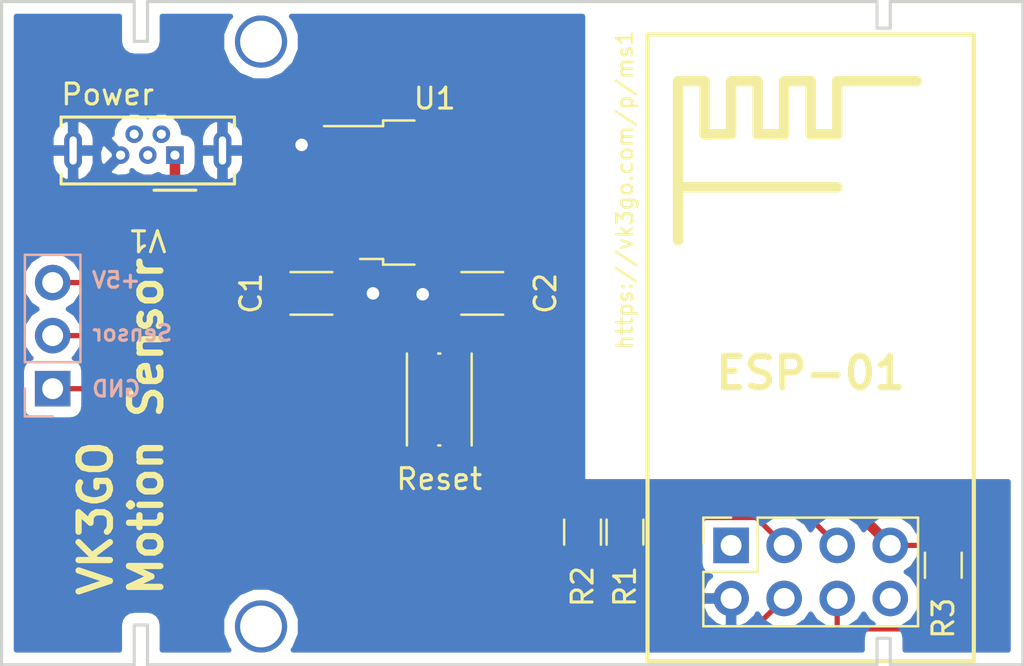
<source format=kicad_pcb>
(kicad_pcb (version 4) (host pcbnew 4.0.7)

  (general
    (links 27)
    (no_connects 0)
    (area 106.845761 81.765999 161.365001 115.166002)
    (thickness 1.6)
    (drawings 48)
    (tracks 71)
    (zones 0)
    (modules 10)
    (nets 13)
  )

  (page A4)
  (layers
    (0 F.Cu signal)
    (31 B.Cu signal)
    (32 B.Adhes user)
    (33 F.Adhes user)
    (34 B.Paste user)
    (35 F.Paste user)
    (36 B.SilkS user)
    (37 F.SilkS user)
    (38 B.Mask user)
    (39 F.Mask user)
    (40 Dwgs.User user)
    (41 Cmts.User user)
    (42 Eco1.User user)
    (43 Eco2.User user)
    (44 Edge.Cuts user)
    (45 Margin user)
    (46 B.CrtYd user)
    (47 F.CrtYd user)
    (48 B.Fab user hide)
    (49 F.Fab user hide)
  )

  (setup
    (last_trace_width 0.25)
    (trace_clearance 0.2)
    (zone_clearance 0.508)
    (zone_45_only no)
    (trace_min 0.2)
    (segment_width 0.2)
    (edge_width 0.15)
    (via_size 0.6)
    (via_drill 0.254)
    (via_min_size 0.127)
    (via_min_drill 0.254)
    (uvia_size 0.3)
    (uvia_drill 0.1)
    (uvias_allowed no)
    (uvia_min_size 0.2)
    (uvia_min_drill 0.1)
    (pcb_text_width 0.3)
    (pcb_text_size 1.5 1.5)
    (mod_edge_width 0.15)
    (mod_text_size 1 1)
    (mod_text_width 0.15)
    (pad_size 1.7 1.7)
    (pad_drill 1)
    (pad_to_mask_clearance 0.2)
    (aux_axis_origin 0 0)
    (visible_elements 7FFFFFFF)
    (pcbplotparams
      (layerselection 0x010f0_80000001)
      (usegerberextensions true)
      (excludeedgelayer true)
      (linewidth 0.100000)
      (plotframeref false)
      (viasonmask false)
      (mode 1)
      (useauxorigin false)
      (hpglpennumber 1)
      (hpglpenspeed 20)
      (hpglpendiameter 15)
      (hpglpenoverlay 2)
      (psnegative false)
      (psa4output false)
      (plotreference true)
      (plotvalue true)
      (plotinvisibletext false)
      (padsonsilk false)
      (subtractmaskfromsilk false)
      (outputformat 1)
      (mirror false)
      (drillshape 0)
      (scaleselection 1)
      (outputdirectory Gerbers/))
  )

  (net 0 "")
  (net 1 +5V)
  (net 2 GND)
  (net 3 +3V3)
  (net 4 "Net-(J1-Pad2)")
  (net 5 "Net-(J1-Pad3)")
  (net 6 "Net-(J1-Pad4)")
  (net 7 /GPIO0)
  (net 8 "Net-(U2-Pad1)")
  (net 9 /CH_PD)
  (net 10 /GPIO2)
  (net 11 /RST)
  (net 12 "Net-(U2-Pad8)")

  (net_class Default "This is the default net class."
    (clearance 0.2)
    (trace_width 0.25)
    (via_dia 0.6)
    (via_drill 0.254)
    (uvia_dia 0.3)
    (uvia_drill 0.1)
    (add_net /CH_PD)
    (add_net /GPIO0)
    (add_net /GPIO2)
    (add_net /RST)
    (add_net "Net-(J1-Pad2)")
    (add_net "Net-(J1-Pad3)")
    (add_net "Net-(J1-Pad4)")
    (add_net "Net-(U2-Pad1)")
    (add_net "Net-(U2-Pad8)")
  )

  (net_class Power ""
    (clearance 0.4)
    (trace_width 0.5)
    (via_dia 0.8)
    (via_drill 0.6)
    (uvia_dia 0.3)
    (uvia_drill 0.1)
    (add_net +3V3)
    (add_net +5V)
    (add_net GND)
  )

  (module Buttons_Switches_SMD:SW_SPST_KMR2 (layer F.Cu) (tedit 5A55FAC2) (tstamp 5A55C0D8)
    (at 133.35 101.6 270)
    (descr "CK components KMR2 tactile switch http://www.ckswitches.com/media/1479/kmr2.pdf")
    (tags "tactile switch kmr2")
    (path /5A55C0FA)
    (attr smd)
    (fp_text reference SW1 (at 0 0 270) (layer F.SilkS) hide
      (effects (font (size 1 1) (thickness 0.15)))
    )
    (fp_text value SW_Push (at 0 2.55 270) (layer F.Fab)
      (effects (font (size 1 1) (thickness 0.15)))
    )
    (fp_text user %R (at 0 -2.45 270) (layer F.Fab)
      (effects (font (size 1 1) (thickness 0.15)))
    )
    (fp_line (start -2.1 -1.4) (end 2.1 -1.4) (layer F.Fab) (width 0.1))
    (fp_line (start 2.1 -1.4) (end 2.1 1.4) (layer F.Fab) (width 0.1))
    (fp_line (start 2.1 1.4) (end -2.1 1.4) (layer F.Fab) (width 0.1))
    (fp_line (start -2.1 1.4) (end -2.1 -1.4) (layer F.Fab) (width 0.1))
    (fp_line (start 2.2 0.05) (end 2.2 -0.05) (layer F.SilkS) (width 0.12))
    (fp_line (start -2.8 -1.8) (end 2.8 -1.8) (layer F.CrtYd) (width 0.05))
    (fp_line (start 2.8 -1.8) (end 2.8 1.8) (layer F.CrtYd) (width 0.05))
    (fp_line (start 2.8 1.8) (end -2.8 1.8) (layer F.CrtYd) (width 0.05))
    (fp_line (start -2.8 1.8) (end -2.8 -1.8) (layer F.CrtYd) (width 0.05))
    (fp_circle (center 0 0) (end 0 0.8) (layer F.Fab) (width 0.1))
    (fp_line (start -2.2 1.55) (end 2.2 1.55) (layer F.SilkS) (width 0.12))
    (fp_line (start 2.2 -1.55) (end -2.2 -1.55) (layer F.SilkS) (width 0.12))
    (fp_line (start -2.2 0.05) (end -2.2 -0.05) (layer F.SilkS) (width 0.12))
    (pad 1 smd rect (at -2.05 -0.8 270) (size 0.9 1) (layers F.Cu F.Paste F.Mask)
      (net 11 /RST))
    (pad 2 smd rect (at -2.05 0.8 270) (size 0.9 1) (layers F.Cu F.Paste F.Mask)
      (net 2 GND))
    (pad 1 smd rect (at 2.05 -0.8 270) (size 0.9 1) (layers F.Cu F.Paste F.Mask)
      (net 11 /RST))
    (pad 2 smd rect (at 2.05 0.8 270) (size 0.9 1) (layers F.Cu F.Paste F.Mask)
      (net 2 GND))
    (model ${KISYS3DMOD}/Buttons_Switches_SMD.3dshapes/SW_SPST_KMR2.wrl
      (at (xyz 0 0 0))
      (scale (xyz 1 1 1))
      (rotate (xyz 0 0 0))
    )
  )

  (module Resistors_SMD:R_0805 (layer F.Cu) (tedit 58E0A804) (tstamp 5A55833C)
    (at 140.208 107.95 90)
    (descr "Resistor SMD 0805, reflow soldering, Vishay (see dcrcw.pdf)")
    (tags "resistor 0805")
    (path /5A55902C)
    (attr smd)
    (fp_text reference R2 (at -2.606 0 90) (layer F.SilkS)
      (effects (font (size 1 1) (thickness 0.15)))
    )
    (fp_text value 10K (at -2.098 -1.016 90) (layer F.Fab)
      (effects (font (size 1 1) (thickness 0.15)))
    )
    (fp_text user %R (at 0 0 90) (layer F.Fab)
      (effects (font (size 0.5 0.5) (thickness 0.075)))
    )
    (fp_line (start -1 0.62) (end -1 -0.62) (layer F.Fab) (width 0.1))
    (fp_line (start 1 0.62) (end -1 0.62) (layer F.Fab) (width 0.1))
    (fp_line (start 1 -0.62) (end 1 0.62) (layer F.Fab) (width 0.1))
    (fp_line (start -1 -0.62) (end 1 -0.62) (layer F.Fab) (width 0.1))
    (fp_line (start 0.6 0.88) (end -0.6 0.88) (layer F.SilkS) (width 0.12))
    (fp_line (start -0.6 -0.88) (end 0.6 -0.88) (layer F.SilkS) (width 0.12))
    (fp_line (start -1.55 -0.9) (end 1.55 -0.9) (layer F.CrtYd) (width 0.05))
    (fp_line (start -1.55 -0.9) (end -1.55 0.9) (layer F.CrtYd) (width 0.05))
    (fp_line (start 1.55 0.9) (end 1.55 -0.9) (layer F.CrtYd) (width 0.05))
    (fp_line (start 1.55 0.9) (end -1.55 0.9) (layer F.CrtYd) (width 0.05))
    (pad 1 smd rect (at -0.95 0 90) (size 0.7 1.3) (layers F.Cu F.Paste F.Mask)
      (net 9 /CH_PD))
    (pad 2 smd rect (at 0.95 0 90) (size 0.7 1.3) (layers F.Cu F.Paste F.Mask)
      (net 3 +3V3))
    (model ${KISYS3DMOD}/Resistors_SMD.3dshapes/R_0805.wrl
      (at (xyz 0 0 0))
      (scale (xyz 1 1 1))
      (rotate (xyz 0 0 0))
    )
  )

  (module Capacitors_SMD:C_1206 (layer F.Cu) (tedit 5A55C0EE) (tstamp 5A55821B)
    (at 127.23 96.52)
    (descr "Capacitor SMD 1206, reflow soldering, AVX (see smccp.pdf)")
    (tags "capacitor 1206")
    (path /5A557723)
    (attr smd)
    (fp_text reference C1 (at -2.897 0 90) (layer F.SilkS)
      (effects (font (size 1 1) (thickness 0.15)))
    )
    (fp_text value 0.1uF (at 0 2) (layer F.Fab)
      (effects (font (size 1 1) (thickness 0.15)))
    )
    (fp_text user %R (at 0 -1.75) (layer F.Fab)
      (effects (font (size 1 1) (thickness 0.15)))
    )
    (fp_line (start -1.6 0.8) (end -1.6 -0.8) (layer F.Fab) (width 0.1))
    (fp_line (start 1.6 0.8) (end -1.6 0.8) (layer F.Fab) (width 0.1))
    (fp_line (start 1.6 -0.8) (end 1.6 0.8) (layer F.Fab) (width 0.1))
    (fp_line (start -1.6 -0.8) (end 1.6 -0.8) (layer F.Fab) (width 0.1))
    (fp_line (start 1 -1.02) (end -1 -1.02) (layer F.SilkS) (width 0.12))
    (fp_line (start -1 1.02) (end 1 1.02) (layer F.SilkS) (width 0.12))
    (fp_line (start -2.25 -1.05) (end 2.25 -1.05) (layer F.CrtYd) (width 0.05))
    (fp_line (start -2.25 -1.05) (end -2.25 1.05) (layer F.CrtYd) (width 0.05))
    (fp_line (start 2.25 1.05) (end 2.25 -1.05) (layer F.CrtYd) (width 0.05))
    (fp_line (start 2.25 1.05) (end -2.25 1.05) (layer F.CrtYd) (width 0.05))
    (pad 1 smd rect (at -1.5 0) (size 1 1.6) (layers F.Cu F.Paste F.Mask)
      (net 1 +5V))
    (pad 2 smd rect (at 1.5 0) (size 1 1.6) (layers F.Cu F.Paste F.Mask)
      (net 2 GND))
    (model Capacitors_SMD.3dshapes/C_1206.wrl
      (at (xyz 0 0 0))
      (scale (xyz 1 1 1))
      (rotate (xyz 0 0 0))
    )
  )

  (module Capacitors_SMD:C_1206 (layer F.Cu) (tedit 5A55C0F5) (tstamp 5A55822C)
    (at 135.406 96.52 180)
    (descr "Capacitor SMD 1206, reflow soldering, AVX (see smccp.pdf)")
    (tags "capacitor 1206")
    (path /5A5577C8)
    (attr smd)
    (fp_text reference C2 (at -3.024 0 270) (layer F.SilkS)
      (effects (font (size 1 1) (thickness 0.15)))
    )
    (fp_text value 0.1uF (at 0 2 180) (layer F.Fab)
      (effects (font (size 1 1) (thickness 0.15)))
    )
    (fp_text user %R (at 0 -1.75 180) (layer F.Fab)
      (effects (font (size 1 1) (thickness 0.15)))
    )
    (fp_line (start -1.6 0.8) (end -1.6 -0.8) (layer F.Fab) (width 0.1))
    (fp_line (start 1.6 0.8) (end -1.6 0.8) (layer F.Fab) (width 0.1))
    (fp_line (start 1.6 -0.8) (end 1.6 0.8) (layer F.Fab) (width 0.1))
    (fp_line (start -1.6 -0.8) (end 1.6 -0.8) (layer F.Fab) (width 0.1))
    (fp_line (start 1 -1.02) (end -1 -1.02) (layer F.SilkS) (width 0.12))
    (fp_line (start -1 1.02) (end 1 1.02) (layer F.SilkS) (width 0.12))
    (fp_line (start -2.25 -1.05) (end 2.25 -1.05) (layer F.CrtYd) (width 0.05))
    (fp_line (start -2.25 -1.05) (end -2.25 1.05) (layer F.CrtYd) (width 0.05))
    (fp_line (start 2.25 1.05) (end 2.25 -1.05) (layer F.CrtYd) (width 0.05))
    (fp_line (start 2.25 1.05) (end -2.25 1.05) (layer F.CrtYd) (width 0.05))
    (pad 1 smd rect (at -1.5 0 180) (size 1 1.6) (layers F.Cu F.Paste F.Mask)
      (net 3 +3V3))
    (pad 2 smd rect (at 1.5 0 180) (size 1 1.6) (layers F.Cu F.Paste F.Mask)
      (net 2 GND))
    (model Capacitors_SMD.3dshapes/C_1206.wrl
      (at (xyz 0 0 0))
      (scale (xyz 1 1 1))
      (rotate (xyz 0 0 0))
    )
  )

  (module Connectors_USB:USB_Micro-B_Wuerth-614105150721_Vertical (layer F.Cu) (tedit 5A559A4B) (tstamp 5A55824A)
    (at 120.695 89.9 180)
    (descr "USB Micro-B receptacle, through-hole, vertical, http://katalog.we-online.de/em/datasheet/614105150721.pdf")
    (tags "usb micro receptacle vertical")
    (path /5A5576D0)
    (fp_text reference J1 (at -2.275 2.76 180) (layer F.SilkS) hide
      (effects (font (size 1 1) (thickness 0.15)))
    )
    (fp_text value "USB POWER" (at 1.3 2.92 180) (layer F.Fab)
      (effects (font (size 1 1) (thickness 0.15)))
    )
    (fp_line (start -2.7 -1.23) (end -1 -1.23) (layer F.Fab) (width 0.15))
    (fp_line (start -1 -1.23) (end 0 -0.23) (layer F.Fab) (width 0.15))
    (fp_line (start 0 -0.23) (end 1 -1.23) (layer F.Fab) (width 0.15))
    (fp_line (start 1 -1.23) (end 5.3 -1.23) (layer F.Fab) (width 0.15))
    (fp_line (start 5.3 -1.23) (end 5.3 1.67) (layer F.Fab) (width 0.15))
    (fp_line (start 5.3 1.67) (end -2.7 1.67) (layer F.Fab) (width 0.15))
    (fp_line (start -2.7 1.67) (end -2.7 -1.23) (layer F.Fab) (width 0.15))
    (fp_line (start -2.85 -0.905) (end -2.85 -1.38) (layer F.SilkS) (width 0.15))
    (fp_line (start -2.85 -1.38) (end 5.45 -1.38) (layer F.SilkS) (width 0.15))
    (fp_line (start 5.45 -1.38) (end 5.45 -0.905) (layer F.SilkS) (width 0.15))
    (fp_line (start -2.85 1.345) (end -2.85 1.82) (layer F.SilkS) (width 0.15))
    (fp_line (start -2.85 1.82) (end 5.45 1.82) (layer F.SilkS) (width 0.15))
    (fp_line (start 5.45 1.82) (end 5.45 1.345) (layer F.SilkS) (width 0.15))
    (fp_line (start -1 -1.68) (end 1 -1.68) (layer F.SilkS) (width 0.15))
    (fp_line (start -3.2 -1.73) (end -3.2 2.17) (layer F.CrtYd) (width 0.05))
    (fp_line (start -3.2 2.17) (end 5.8 2.17) (layer F.CrtYd) (width 0.05))
    (fp_line (start 5.8 2.17) (end 5.8 -1.73) (layer F.CrtYd) (width 0.05))
    (fp_line (start 5.8 -1.73) (end -3.2 -1.73) (layer F.CrtYd) (width 0.05))
    (fp_text user %R (at 1.3 0.22 270) (layer F.Fab)
      (effects (font (size 1 1) (thickness 0.15)))
    )
    (pad 1 thru_hole rect (at 0 0 180) (size 0.84 0.84) (drill 0.44) (layers *.Cu *.Mask)
      (net 1 +5V))
    (pad 2 thru_hole circle (at 0.65 1 180) (size 0.84 0.84) (drill 0.44) (layers *.Cu *.Mask)
      (net 4 "Net-(J1-Pad2)"))
    (pad 3 thru_hole circle (at 1.3 0 180) (size 0.84 0.84) (drill 0.44) (layers *.Cu *.Mask)
      (net 5 "Net-(J1-Pad3)"))
    (pad 4 thru_hole circle (at 1.95 1 180) (size 0.84 0.84) (drill 0.44) (layers *.Cu *.Mask)
      (net 6 "Net-(J1-Pad4)"))
    (pad 5 thru_hole circle (at 2.6 0 180) (size 0.84 0.84) (drill 0.44) (layers *.Cu *.Mask)
      (net 2 GND))
    (pad 6 thru_hole oval (at -2.275 0.22 180) (size 0.85 1.85) (drill oval 0.35 1.35) (layers *.Cu *.Mask)
      (net 2 GND))
    (pad 6 thru_hole oval (at 4.875 0.22 180) (size 0.85 1.85) (drill oval 0.35 1.35) (layers *.Cu *.Mask)
      (net 2 GND))
    (model ${KISYS3DMOD}/Connectors_USB.3dshapes/USB_Micro-B_Wuerth-614105150721_Vertical.wrl
      (at (xyz 0 0 0))
      (scale (xyz 1 1 1))
      (rotate (xyz 0 0 0))
    )
  )

  (module TO_SOT_Packages_SMD:TO-252-2 (layer F.Cu) (tedit 590079C0) (tstamp 5A55826C)
    (at 133.131 91.693)
    (descr "TO-252 / DPAK SMD package, http://www.infineon.com/cms/en/product/packages/PG-TO252/PG-TO252-3-1/")
    (tags "DPAK TO-252 DPAK-3 TO-252-3 SOT-428")
    (path /5A557639)
    (attr smd)
    (fp_text reference U1 (at 0 -4.5) (layer F.SilkS)
      (effects (font (size 1 1) (thickness 0.15)))
    )
    (fp_text value NCP1117-3.3 (at 0 4.5) (layer F.Fab)
      (effects (font (size 1 1) (thickness 0.15)))
    )
    (fp_line (start 3.95 -2.7) (end 4.95 -2.7) (layer F.Fab) (width 0.1))
    (fp_line (start 4.95 -2.7) (end 4.95 2.7) (layer F.Fab) (width 0.1))
    (fp_line (start 4.95 2.7) (end 3.95 2.7) (layer F.Fab) (width 0.1))
    (fp_line (start 3.95 -3.25) (end 3.95 3.25) (layer F.Fab) (width 0.1))
    (fp_line (start 3.95 3.25) (end -2.27 3.25) (layer F.Fab) (width 0.1))
    (fp_line (start -2.27 3.25) (end -2.27 -2.25) (layer F.Fab) (width 0.1))
    (fp_line (start -2.27 -2.25) (end -1.27 -3.25) (layer F.Fab) (width 0.1))
    (fp_line (start -1.27 -3.25) (end 3.95 -3.25) (layer F.Fab) (width 0.1))
    (fp_line (start -1.865 -2.655) (end -4.97 -2.655) (layer F.Fab) (width 0.1))
    (fp_line (start -4.97 -2.655) (end -4.97 -1.905) (layer F.Fab) (width 0.1))
    (fp_line (start -4.97 -1.905) (end -2.27 -1.905) (layer F.Fab) (width 0.1))
    (fp_line (start -2.27 1.905) (end -4.97 1.905) (layer F.Fab) (width 0.1))
    (fp_line (start -4.97 1.905) (end -4.97 2.655) (layer F.Fab) (width 0.1))
    (fp_line (start -4.97 2.655) (end -2.27 2.655) (layer F.Fab) (width 0.1))
    (fp_line (start -0.97 -3.45) (end -2.47 -3.45) (layer F.SilkS) (width 0.12))
    (fp_line (start -2.47 -3.45) (end -2.47 -3.18) (layer F.SilkS) (width 0.12))
    (fp_line (start -2.47 -3.18) (end -5.3 -3.18) (layer F.SilkS) (width 0.12))
    (fp_line (start -0.97 3.45) (end -2.47 3.45) (layer F.SilkS) (width 0.12))
    (fp_line (start -2.47 3.45) (end -2.47 3.18) (layer F.SilkS) (width 0.12))
    (fp_line (start -2.47 3.18) (end -3.57 3.18) (layer F.SilkS) (width 0.12))
    (fp_line (start -5.55 -3.5) (end -5.55 3.5) (layer F.CrtYd) (width 0.05))
    (fp_line (start -5.55 3.5) (end 5.55 3.5) (layer F.CrtYd) (width 0.05))
    (fp_line (start 5.55 3.5) (end 5.55 -3.5) (layer F.CrtYd) (width 0.05))
    (fp_line (start 5.55 -3.5) (end -5.55 -3.5) (layer F.CrtYd) (width 0.05))
    (fp_text user %R (at 0 0) (layer F.Fab)
      (effects (font (size 1 1) (thickness 0.15)))
    )
    (pad 1 smd rect (at -4.2 -2.28) (size 2.2 1.2) (layers F.Cu F.Paste F.Mask)
      (net 2 GND))
    (pad 3 smd rect (at -4.2 2.28) (size 2.2 1.2) (layers F.Cu F.Paste F.Mask)
      (net 1 +5V))
    (pad 2 smd rect (at 2.1 0) (size 6.4 5.8) (layers F.Cu F.Mask)
      (net 3 +3V3))
    (pad 2 smd rect (at 3.775 1.525) (size 3.05 2.75) (layers F.Cu F.Paste)
      (net 3 +3V3))
    (pad 2 smd rect (at 0.425 -1.525) (size 3.05 2.75) (layers F.Cu F.Paste)
      (net 3 +3V3))
    (pad 2 smd rect (at 3.775 -1.525) (size 3.05 2.75) (layers F.Cu F.Paste)
      (net 3 +3V3))
    (pad 2 smd rect (at 0.425 1.525) (size 3.05 2.75) (layers F.Cu F.Paste)
      (net 3 +3V3))
    (model ${KISYS3DMOD}/TO_SOT_Packages_SMD.3dshapes/TO-252-2.wrl
      (at (xyz 0 0 0))
      (scale (xyz 1 1 1))
      (rotate (xyz 0 0 0))
    )
  )

  (module Socket_Strips:Socket_Strip_Straight_2x04_Pitch2.54mm (layer F.Cu) (tedit 5A55FED4) (tstamp 5A558289)
    (at 147.32 108.585 90)
    (descr "Through hole straight socket strip, 2x04, 2.54mm pitch, double rows")
    (tags "Through hole socket strip THT 2x04 2.54mm double row")
    (path /5A558812)
    (fp_text reference U2 (at -3.175 -2.54 90) (layer F.SilkS) hide
      (effects (font (size 1 1) (thickness 0.15)))
    )
    (fp_text value ESP-01 (at -1.27 9.95 90) (layer F.Fab)
      (effects (font (size 1 1) (thickness 0.15)))
    )
    (fp_line (start -3.81 -1.27) (end -3.81 8.89) (layer F.Fab) (width 0.1))
    (fp_line (start -3.81 8.89) (end 1.27 8.89) (layer F.Fab) (width 0.1))
    (fp_line (start 1.27 8.89) (end 1.27 -1.27) (layer F.Fab) (width 0.1))
    (fp_line (start 1.27 -1.27) (end -3.81 -1.27) (layer F.Fab) (width 0.1))
    (fp_line (start 1.33 1.27) (end 1.33 8.95) (layer F.SilkS) (width 0.12))
    (fp_line (start 1.33 8.95) (end -3.87 8.95) (layer F.SilkS) (width 0.12))
    (fp_line (start -3.87 8.95) (end -3.87 -1.33) (layer F.SilkS) (width 0.12))
    (fp_line (start -3.87 -1.33) (end -1.27 -1.33) (layer F.SilkS) (width 0.12))
    (fp_line (start -1.27 -1.33) (end -1.27 1.27) (layer F.SilkS) (width 0.12))
    (fp_line (start -1.27 1.27) (end 1.33 1.27) (layer F.SilkS) (width 0.12))
    (fp_line (start 1.33 0) (end 1.33 -1.33) (layer F.SilkS) (width 0.12))
    (fp_line (start 1.33 -1.33) (end 0.06 -1.33) (layer F.SilkS) (width 0.12))
    (fp_line (start -4.35 -1.8) (end -4.35 9.4) (layer F.CrtYd) (width 0.05))
    (fp_line (start -4.35 9.4) (end 1.8 9.4) (layer F.CrtYd) (width 0.05))
    (fp_line (start 1.8 9.4) (end 1.8 -1.8) (layer F.CrtYd) (width 0.05))
    (fp_line (start 1.8 -1.8) (end -4.35 -1.8) (layer F.CrtYd) (width 0.05))
    (fp_text user %R (at -1.27 -2.33 90) (layer F.Fab)
      (effects (font (size 1 1) (thickness 0.15)))
    )
    (pad 1 thru_hole rect (at 0 0 90) (size 1.7 1.7) (drill 1) (layers *.Cu *.Mask)
      (net 8 "Net-(U2-Pad1)"))
    (pad 2 thru_hole oval (at -2.54 0 90) (size 1.7 1.7) (drill 1) (layers *.Cu *.Mask)
      (net 2 GND))
    (pad 3 thru_hole oval (at 0 2.54 90) (size 1.7 1.7) (drill 1) (layers *.Cu *.Mask)
      (net 9 /CH_PD))
    (pad 4 thru_hole oval (at -2.54 2.54 90) (size 1.7 1.7) (drill 1) (layers *.Cu *.Mask)
      (net 10 /GPIO2))
    (pad 5 thru_hole oval (at 0 5.08 90) (size 1.7 1.7) (drill 1) (layers *.Cu *.Mask)
      (net 11 /RST))
    (pad 6 thru_hole oval (at -2.54 5.08 90) (size 1.7 1.7) (drill 1) (layers *.Cu *.Mask)
      (net 7 /GPIO0))
    (pad 7 thru_hole oval (at 0 7.62 90) (size 1.7 1.7) (drill 1) (layers *.Cu *.Mask)
      (net 3 +3V3))
    (pad 8 thru_hole oval (at -2.54 7.62 90) (size 1.7 1.7) (drill 1) (layers *.Cu *.Mask)
      (net 12 "Net-(U2-Pad8)"))
    (model ${KISYS3DMOD}/Socket_Strips.3dshapes/Socket_Strip_Straight_2x04_Pitch2.54mm.wrl
      (at (xyz -0.05 -0.15 0))
      (scale (xyz 1 1 1))
      (rotate (xyz 0 0 270))
    )
  )

  (module Resistors_SMD:R_0805 (layer F.Cu) (tedit 58E0A804) (tstamp 5A558336)
    (at 142.24 107.95 90)
    (descr "Resistor SMD 0805, reflow soldering, Vishay (see dcrcw.pdf)")
    (tags "resistor 0805")
    (path /5A558DB7)
    (attr smd)
    (fp_text reference R1 (at -2.601 0 90) (layer F.SilkS)
      (effects (font (size 1 1) (thickness 0.15)))
    )
    (fp_text value 10K (at -2.606 1.016 90) (layer F.Fab)
      (effects (font (size 1 1) (thickness 0.15)))
    )
    (fp_text user %R (at 0 0 90) (layer F.Fab)
      (effects (font (size 0.5 0.5) (thickness 0.075)))
    )
    (fp_line (start -1 0.62) (end -1 -0.62) (layer F.Fab) (width 0.1))
    (fp_line (start 1 0.62) (end -1 0.62) (layer F.Fab) (width 0.1))
    (fp_line (start 1 -0.62) (end 1 0.62) (layer F.Fab) (width 0.1))
    (fp_line (start -1 -0.62) (end 1 -0.62) (layer F.Fab) (width 0.1))
    (fp_line (start 0.6 0.88) (end -0.6 0.88) (layer F.SilkS) (width 0.12))
    (fp_line (start -0.6 -0.88) (end 0.6 -0.88) (layer F.SilkS) (width 0.12))
    (fp_line (start -1.55 -0.9) (end 1.55 -0.9) (layer F.CrtYd) (width 0.05))
    (fp_line (start -1.55 -0.9) (end -1.55 0.9) (layer F.CrtYd) (width 0.05))
    (fp_line (start 1.55 0.9) (end 1.55 -0.9) (layer F.CrtYd) (width 0.05))
    (fp_line (start 1.55 0.9) (end -1.55 0.9) (layer F.CrtYd) (width 0.05))
    (pad 1 smd rect (at -0.95 0 90) (size 0.7 1.3) (layers F.Cu F.Paste F.Mask)
      (net 11 /RST))
    (pad 2 smd rect (at 0.95 0 90) (size 0.7 1.3) (layers F.Cu F.Paste F.Mask)
      (net 3 +3V3))
    (model ${KISYS3DMOD}/Resistors_SMD.3dshapes/R_0805.wrl
      (at (xyz 0 0 0))
      (scale (xyz 1 1 1))
      (rotate (xyz 0 0 0))
    )
  )

  (module Resistors_SMD:R_0805 (layer F.Cu) (tedit 58E0A804) (tstamp 5A558342)
    (at 157.48 109.535 90)
    (descr "Resistor SMD 0805, reflow soldering, Vishay (see dcrcw.pdf)")
    (tags "resistor 0805")
    (path /5A55961A)
    (attr smd)
    (fp_text reference R3 (at -2.54 0 90) (layer F.SilkS)
      (effects (font (size 1 1) (thickness 0.15)))
    )
    (fp_text value 10K (at -2.474 1.016 90) (layer F.Fab)
      (effects (font (size 1 1) (thickness 0.15)))
    )
    (fp_text user %R (at 0 0 90) (layer F.Fab)
      (effects (font (size 0.5 0.5) (thickness 0.075)))
    )
    (fp_line (start -1 0.62) (end -1 -0.62) (layer F.Fab) (width 0.1))
    (fp_line (start 1 0.62) (end -1 0.62) (layer F.Fab) (width 0.1))
    (fp_line (start 1 -0.62) (end 1 0.62) (layer F.Fab) (width 0.1))
    (fp_line (start -1 -0.62) (end 1 -0.62) (layer F.Fab) (width 0.1))
    (fp_line (start 0.6 0.88) (end -0.6 0.88) (layer F.SilkS) (width 0.12))
    (fp_line (start -0.6 -0.88) (end 0.6 -0.88) (layer F.SilkS) (width 0.12))
    (fp_line (start -1.55 -0.9) (end 1.55 -0.9) (layer F.CrtYd) (width 0.05))
    (fp_line (start -1.55 -0.9) (end -1.55 0.9) (layer F.CrtYd) (width 0.05))
    (fp_line (start 1.55 0.9) (end 1.55 -0.9) (layer F.CrtYd) (width 0.05))
    (fp_line (start 1.55 0.9) (end -1.55 0.9) (layer F.CrtYd) (width 0.05))
    (pad 1 smd rect (at -0.95 0 90) (size 0.7 1.3) (layers F.Cu F.Paste F.Mask)
      (net 7 /GPIO0))
    (pad 2 smd rect (at 0.95 0 90) (size 0.7 1.3) (layers F.Cu F.Paste F.Mask)
      (net 3 +3V3))
    (model ${KISYS3DMOD}/Resistors_SMD.3dshapes/R_0805.wrl
      (at (xyz 0 0 0))
      (scale (xyz 1 1 1))
      (rotate (xyz 0 0 0))
    )
  )

  (module Socket_Strips:Socket_Strip_Straight_1x03_Pitch2.54mm (layer B.Cu) (tedit 5A56B4C8) (tstamp 5A56853B)
    (at 114.841 101.082)
    (descr "Through hole straight socket strip, 1x03, 2.54mm pitch, single row")
    (tags "Through hole socket strip THT 1x03 2.54mm single row")
    (path /5A55A43D)
    (fp_text reference J2 (at 0 2.33) (layer B.SilkS) hide
      (effects (font (size 1 1) (thickness 0.15)) (justify mirror))
    )
    (fp_text value Conn_01x03_Female (at 0 -7.41) (layer B.Fab)
      (effects (font (size 1 1) (thickness 0.15)) (justify mirror))
    )
    (fp_line (start -1.27 1.27) (end -1.27 -6.35) (layer B.Fab) (width 0.1))
    (fp_line (start -1.27 -6.35) (end 1.27 -6.35) (layer B.Fab) (width 0.1))
    (fp_line (start 1.27 -6.35) (end 1.27 1.27) (layer B.Fab) (width 0.1))
    (fp_line (start 1.27 1.27) (end -1.27 1.27) (layer B.Fab) (width 0.1))
    (fp_line (start -1.33 -1.27) (end -1.33 -6.41) (layer B.SilkS) (width 0.12))
    (fp_line (start -1.33 -6.41) (end 1.33 -6.41) (layer B.SilkS) (width 0.12))
    (fp_line (start 1.33 -6.41) (end 1.33 -1.27) (layer B.SilkS) (width 0.12))
    (fp_line (start 1.33 -1.27) (end -1.33 -1.27) (layer B.SilkS) (width 0.12))
    (fp_line (start -1.33 0) (end -1.33 1.33) (layer B.SilkS) (width 0.12))
    (fp_line (start -1.33 1.33) (end 0 1.33) (layer B.SilkS) (width 0.12))
    (fp_line (start -1.8 1.8) (end -1.8 -6.85) (layer B.CrtYd) (width 0.05))
    (fp_line (start -1.8 -6.85) (end 1.8 -6.85) (layer B.CrtYd) (width 0.05))
    (fp_line (start 1.8 -6.85) (end 1.8 1.8) (layer B.CrtYd) (width 0.05))
    (fp_line (start 1.8 1.8) (end -1.8 1.8) (layer B.CrtYd) (width 0.05))
    (fp_text user %R (at 0 2.33) (layer B.Fab)
      (effects (font (size 1 1) (thickness 0.15)) (justify mirror))
    )
    (pad 1 thru_hole rect (at 0 0) (size 1.7 1.7) (drill 1) (layers *.Cu *.Mask)
      (net 7 /GPIO0))
    (pad 2 thru_hole oval (at 0 -2.54) (size 1.7 1.7) (drill 1) (layers *.Cu *.Mask)
      (net 10 /GPIO2))
    (pad 3 thru_hole oval (at 0 -5.08) (size 1.7 1.7) (drill 1) (layers *.Cu *.Mask)
      (net 1 +5V))
    (model ${KISYS3DMOD}/Socket_Strips.3dshapes/Socket_Strip_Straight_1x03_Pitch2.54mm.wrl
      (at (xyz 0 -0.1 0))
      (scale (xyz 1 1 1))
      (rotate (xyz 0 0 270))
    )
  )

  (gr_line (start 154.94 114.3) (end 161.29 114.3) (layer Edge.Cuts) (width 0.15))
  (gr_line (start 154.94 113.03) (end 154.94 114.3) (layer Edge.Cuts) (width 0.15))
  (gr_line (start 154.305 113.03) (end 154.94 113.03) (layer Edge.Cuts) (width 0.15))
  (gr_line (start 118.745 114.3) (end 112.395 114.3) (layer Edge.Cuts) (width 0.15))
  (gr_line (start 118.745 112.395) (end 118.745 114.3) (layer Edge.Cuts) (width 0.15))
  (gr_line (start 119.38 112.395) (end 118.745 112.395) (layer Edge.Cuts) (width 0.15))
  (gr_line (start 154.94 82.55) (end 161.29 82.55) (layer Edge.Cuts) (width 0.15))
  (gr_line (start 154.94 83.82) (end 154.94 82.55) (layer Edge.Cuts) (width 0.15))
  (gr_line (start 154.305 83.82) (end 154.94 83.82) (layer Edge.Cuts) (width 0.15))
  (gr_line (start 118.745 82.55) (end 112.395 82.55) (layer Edge.Cuts) (width 0.15))
  (gr_line (start 118.745 84.455) (end 118.745 82.55) (layer Edge.Cuts) (width 0.15))
  (gr_line (start 119.38 84.455) (end 118.745 84.455) (layer Edge.Cuts) (width 0.15))
  (gr_line (start 161.29 82.55) (end 161.29 114.3) (layer Edge.Cuts) (width 0.15))
  (gr_line (start 119.38 82.55) (end 154.305 82.55) (layer Edge.Cuts) (width 0.15))
  (gr_line (start 112.395 114.3) (end 112.395 82.55) (layer Edge.Cuts) (width 0.15))
  (gr_line (start 154.305 114.3) (end 119.38 114.3) (layer Edge.Cuts) (width 0.15))
  (gr_line (start 154.305 82.55) (end 154.305 83.82) (layer Edge.Cuts) (width 0.15))
  (gr_line (start 154.305 114.3) (end 154.305 113.03) (layer Edge.Cuts) (width 0.15))
  (gr_line (start 119.38 114.3) (end 119.38 112.395) (layer Edge.Cuts) (width 0.15))
  (gr_line (start 119.38 82.55) (end 119.38 84.455) (layer Edge.Cuts) (width 0.15))
  (gr_text Reset (at 133.35 105.41) (layer F.SilkS)
    (effects (font (size 1 1) (thickness 0.15)))
  )
  (gr_text V1 (at 119.38 93.98 180) (layer F.SilkS)
    (effects (font (size 1 1) (thickness 0.15)))
  )
  (gr_text +5V (at 119.126 95.885) (layer B.SilkS) (tstamp 5A5599F6)
    (effects (font (size 0.75 0.75) (thickness 0.15)) (justify left mirror))
  )
  (gr_text Sensor (at 120.65 98.425) (layer B.SilkS) (tstamp 5A5599F2)
    (effects (font (size 0.75 0.75) (thickness 0.15)) (justify left mirror))
  )
  (gr_text GND (at 119.126 101.092) (layer B.SilkS)
    (effects (font (size 0.75 0.75) (thickness 0.15)) (justify left mirror))
  )
  (gr_text https://vk3go.com/p/ms1 (at 142.24 91.567 90) (layer F.SilkS)
    (effects (font (size 0.75 0.75) (thickness 0.125)))
  )
  (gr_text Power (at 117.475 86.995) (layer F.SilkS)
    (effects (font (size 1 1) (thickness 0.15)))
  )
  (gr_text "VK3GO\nMotion Sensor" (at 118.11 111.125 90) (layer F.SilkS)
    (effects (font (size 1.5 1.5) (thickness 0.3)) (justify left))
  )
  (gr_text ESP-01 (at 151.13 100.33) (layer F.SilkS)
    (effects (font (size 1.5 1.5) (thickness 0.3)))
  )
  (gr_line (start 152.4 86.36) (end 156.21 86.36) (layer F.SilkS) (width 0.5))
  (gr_line (start 152.4 88.9) (end 152.4 86.36) (layer F.SilkS) (width 0.5))
  (gr_line (start 151.13 88.9) (end 152.4 88.9) (layer F.SilkS) (width 0.5))
  (gr_line (start 151.13 86.36) (end 151.13 88.9) (layer F.SilkS) (width 0.5))
  (gr_line (start 149.86 86.36) (end 151.13 86.36) (layer F.SilkS) (width 0.5))
  (gr_line (start 144.78 91.44) (end 152.4 91.44) (layer F.SilkS) (width 0.5))
  (gr_line (start 149.86 88.9) (end 149.86 86.36) (layer F.SilkS) (width 0.5))
  (gr_line (start 148.59 88.9) (end 149.86 88.9) (layer F.SilkS) (width 0.5))
  (gr_line (start 148.59 86.36) (end 148.59 88.9) (layer F.SilkS) (width 0.5))
  (gr_line (start 147.32 86.36) (end 148.59 86.36) (layer F.SilkS) (width 0.5))
  (gr_line (start 147.32 88.9) (end 147.32 86.36) (layer F.SilkS) (width 0.5))
  (gr_line (start 146.05 88.9) (end 147.32 88.9) (layer F.SilkS) (width 0.5))
  (gr_line (start 146.05 86.36) (end 146.05 88.9) (layer F.SilkS) (width 0.5))
  (gr_line (start 144.78 86.36) (end 146.05 86.36) (layer F.SilkS) (width 0.5))
  (gr_line (start 144.78 93.98) (end 144.78 86.36) (layer F.SilkS) (width 0.5))
  (gr_line (start 143.32 84.125) (end 158.94 84.125) (layer F.SilkS) (width 0.2))
  (gr_line (start 143.32 114.125) (end 143.32 84.125) (layer F.SilkS) (width 0.2))
  (gr_line (start 158.94 114.125) (end 143.32 114.125) (layer F.SilkS) (width 0.2))
  (gr_line (start 158.94 114.125) (end 158.94 84.125) (layer F.SilkS) (width 0.2))

  (via (at 124.816 112.466) (size 2.5) (drill 2) (layers F.Cu B.Cu) (net 0))
  (via (at 124.816 84.466) (size 2.5) (drill 2) (layers F.Cu B.Cu) (net 0))
  (segment (start 114.841 96.002) (end 125.507581 96.002) (width 0.25) (layer F.Cu) (net 1))
  (segment (start 125.507581 96.002) (end 125.73 96.224419) (width 0.25) (layer F.Cu) (net 1))
  (segment (start 125.73 96.224419) (end 125.73 96.52) (width 0.25) (layer F.Cu) (net 1))
  (segment (start 120.695 89.9) (end 120.695 92.914285) (width 0.5) (layer F.Cu) (net 1))
  (segment (start 120.695 92.914285) (end 121.753715 93.973) (width 0.5) (layer F.Cu) (net 1))
  (segment (start 121.753715 93.973) (end 125.73 93.973) (width 0.5) (layer F.Cu) (net 1))
  (segment (start 125.73 93.973) (end 127.331 93.973) (width 0.5) (layer F.Cu) (net 1))
  (segment (start 125.73 96.52) (end 125.73 93.973) (width 0.5) (layer F.Cu) (net 1))
  (segment (start 127.331 93.973) (end 128.931 93.973) (width 0.5) (layer F.Cu) (net 1))
  (segment (start 132.55 96.568264) (end 132.556273 96.561991) (width 0.25) (layer F.Cu) (net 2))
  (segment (start 132.598264 96.52) (end 132.556273 96.561991) (width 0.5) (layer F.Cu) (net 2))
  (segment (start 132.55 99.55) (end 132.55 96.568264) (width 0.25) (layer F.Cu) (net 2))
  (segment (start 133.906 96.52) (end 132.598264 96.52) (width 0.5) (layer F.Cu) (net 2))
  (via (at 132.556273 96.561991) (size 0.8) (drill 0.6) (layers F.Cu B.Cu) (net 2))
  (segment (start 132.55 103.65) (end 132.55 99.55) (width 0.25) (layer F.Cu) (net 2))
  (segment (start 128.73 96.52) (end 130.175 96.52) (width 0.5) (layer F.Cu) (net 2))
  (via (at 130.175 96.52) (size 0.8) (drill 0.6) (layers F.Cu B.Cu) (net 2))
  (segment (start 128.931 89.413) (end 126.760356 89.413) (width 0.5) (layer F.Cu) (net 2))
  (segment (start 126.760356 89.413) (end 126.758553 89.411197) (width 0.5) (layer F.Cu) (net 2))
  (via (at 126.758553 89.411197) (size 0.8) (drill 0.6) (layers F.Cu B.Cu) (net 2))
  (segment (start 157.48 108.585) (end 154.94 108.585) (width 0.25) (layer F.Cu) (net 3))
  (segment (start 140.208 107) (end 140.208 105.887255) (width 0.25) (layer F.Cu) (net 3))
  (segment (start 142.24 107) (end 142.24 105.885279) (width 0.25) (layer F.Cu) (net 3))
  (segment (start 138.303 105.887255) (end 140.208 105.887255) (width 0.5) (layer F.Cu) (net 3))
  (segment (start 140.208 105.887255) (end 142.238024 105.887255) (width 0.5) (layer F.Cu) (net 3))
  (segment (start 137.473541 105.887255) (end 138.303 105.887255) (width 0.5) (layer F.Cu) (net 3))
  (segment (start 138.176 106.014255) (end 138.303 105.887255) (width 0.25) (layer F.Cu) (net 3))
  (segment (start 142.238024 105.887255) (end 142.24 105.885279) (width 0.5) (layer F.Cu) (net 3))
  (segment (start 136.906 96.52) (end 136.906 105.319714) (width 0.5) (layer F.Cu) (net 3))
  (segment (start 136.906 105.319714) (end 137.473541 105.887255) (width 0.5) (layer F.Cu) (net 3))
  (segment (start 137.473541 105.887255) (end 137.475517 105.885279) (width 0.5) (layer F.Cu) (net 3))
  (segment (start 152.240279 105.885279) (end 142.24 105.885279) (width 0.5) (layer F.Cu) (net 3))
  (segment (start 154.94 108.585) (end 152.240279 105.885279) (width 0.5) (layer F.Cu) (net 3))
  (segment (start 136.906 96.52) (end 136.906 93.218) (width 0.5) (layer F.Cu) (net 3))
  (segment (start 157.48 112.141607) (end 157.039446 112.582161) (width 0.25) (layer F.Cu) (net 7))
  (segment (start 157.039446 112.582161) (end 152.4 112.582161) (width 0.25) (layer F.Cu) (net 7))
  (segment (start 157.48 110.485) (end 157.48 112.141607) (width 0.25) (layer F.Cu) (net 7))
  (segment (start 118.227 101.082) (end 114.841 101.082) (width 0.25) (layer F.Cu) (net 7))
  (segment (start 130.179014 113.034014) (end 118.227 101.082) (width 0.25) (layer F.Cu) (net 7))
  (segment (start 151.948147 113.034014) (end 130.179014 113.034014) (width 0.25) (layer F.Cu) (net 7))
  (segment (start 152.4 112.582161) (end 151.948147 113.034014) (width 0.25) (layer F.Cu) (net 7))
  (segment (start 152.4 111.125) (end 152.4 112.582161) (width 0.25) (layer F.Cu) (net 7))
  (segment (start 140.335 108.9) (end 140.335 109.591766) (width 0.25) (layer F.Cu) (net 9))
  (segment (start 148.523767 107.250247) (end 149.85852 108.585) (width 0.25) (layer F.Cu) (net 9))
  (segment (start 140.335 109.591766) (end 140.669396 109.926162) (width 0.25) (layer F.Cu) (net 9))
  (segment (start 140.669396 109.926162) (end 143.370848 109.926162) (width 0.25) (layer F.Cu) (net 9))
  (segment (start 143.370848 109.926162) (end 146.046763 107.250247) (width 0.25) (layer F.Cu) (net 9))
  (segment (start 146.046763 107.250247) (end 148.523767 107.250247) (width 0.25) (layer F.Cu) (net 9))
  (segment (start 149.85852 108.585) (end 149.86 108.585) (width 0.25) (layer F.Cu) (net 9))
  (segment (start 149.010001 111.974999) (end 149.86 111.125) (width 0.25) (layer F.Cu) (net 10))
  (segment (start 130.365413 112.584003) (end 148.400997 112.584003) (width 0.25) (layer F.Cu) (net 10))
  (segment (start 148.400997 112.584003) (end 149.010001 111.974999) (width 0.25) (layer F.Cu) (net 10))
  (segment (start 114.841 98.542) (end 116.32341 98.542) (width 0.25) (layer F.Cu) (net 10))
  (segment (start 116.32341 98.542) (end 130.365413 112.584003) (width 0.25) (layer F.Cu) (net 10))
  (segment (start 134.15 99.55) (end 134.15 100.25) (width 0.25) (layer F.Cu) (net 11))
  (segment (start 134.15 100.25) (end 134.15 103.65) (width 0.25) (layer F.Cu) (net 11))
  (segment (start 142.24 108.9) (end 142.24 108.3) (width 0.25) (layer F.Cu) (net 11))
  (segment (start 142.24 108.3) (end 141.886308 107.946308) (width 0.25) (layer F.Cu) (net 11))
  (segment (start 141.886308 107.946308) (end 137.589578 107.946308) (width 0.25) (layer F.Cu) (net 11))
  (segment (start 137.589578 107.946308) (end 134.15 104.50673) (width 0.25) (layer F.Cu) (net 11))
  (segment (start 134.15 104.50673) (end 134.15 103.65) (width 0.25) (layer F.Cu) (net 11))
  (segment (start 142.24 108.9) (end 143.742046 108.9) (width 0.25) (layer F.Cu) (net 11))
  (segment (start 143.742046 108.9) (end 145.84181 106.800236) (width 0.25) (layer F.Cu) (net 11))
  (segment (start 145.84181 106.800236) (end 146.005364 106.800236) (width 0.25) (layer F.Cu) (net 11))
  (segment (start 152.4 108.585) (end 152.4 108.577217) (width 0.25) (layer F.Cu) (net 11))
  (segment (start 152.4 108.577217) (end 152.386827 108.59039) (width 0.25) (layer F.Cu) (net 11))
  (segment (start 152.386827 108.59039) (end 152.386827 108.56845) (width 0.25) (layer F.Cu) (net 11))
  (segment (start 152.386827 108.56845) (end 150.618613 106.800236) (width 0.25) (layer F.Cu) (net 11))
  (segment (start 150.618613 106.800236) (end 146.005364 106.800236) (width 0.25) (layer F.Cu) (net 11))

  (zone (net 2) (net_name GND) (layer B.Cu) (tstamp 0) (hatch edge 0.508)
    (connect_pads (clearance 0.508))
    (min_thickness 0.254)
    (fill yes (arc_segments 16) (thermal_gap 0.508) (thermal_bridge_width 0.508))
    (polygon
      (pts
        (xy 161.29 114.3) (xy 161.29 105.41) (xy 140.335 105.41) (xy 140.335 82.55) (xy 112.395 82.55)
        (xy 112.395 114.3)
      )
    )
    (filled_polygon
      (pts
        (xy 118.035 84.455) (xy 118.089046 84.726705) (xy 118.242954 84.957046) (xy 118.473295 85.110954) (xy 118.745 85.165)
        (xy 119.38 85.165) (xy 119.651705 85.110954) (xy 119.882046 84.957046) (xy 120.035954 84.726705) (xy 120.09 84.455)
        (xy 120.09 83.26) (xy 123.355985 83.26) (xy 123.218907 83.396839) (xy 122.931328 84.089405) (xy 122.930674 84.839305)
        (xy 123.217043 85.532372) (xy 123.746839 86.063093) (xy 124.439405 86.350672) (xy 125.189305 86.351326) (xy 125.882372 86.064957)
        (xy 126.413093 85.535161) (xy 126.700672 84.842595) (xy 126.701326 84.092695) (xy 126.414957 83.399628) (xy 126.275572 83.26)
        (xy 140.208 83.26) (xy 140.208 105.41) (xy 140.218006 105.45941) (xy 140.246447 105.501035) (xy 140.288841 105.528315)
        (xy 140.335 105.537) (xy 160.58 105.537) (xy 160.58 113.59) (xy 155.65 113.59) (xy 155.65 113.03)
        (xy 155.595954 112.758295) (xy 155.448696 112.537907) (xy 155.508285 112.526054) (xy 155.990054 112.204147) (xy 156.311961 111.722378)
        (xy 156.425 111.154093) (xy 156.425 111.095907) (xy 156.311961 110.527622) (xy 155.990054 110.045853) (xy 155.704422 109.855)
        (xy 155.990054 109.664147) (xy 156.311961 109.182378) (xy 156.425 108.614093) (xy 156.425 108.555907) (xy 156.311961 107.987622)
        (xy 155.990054 107.505853) (xy 155.508285 107.183946) (xy 154.94 107.070907) (xy 154.371715 107.183946) (xy 153.889946 107.505853)
        (xy 153.67 107.835026) (xy 153.450054 107.505853) (xy 152.968285 107.183946) (xy 152.4 107.070907) (xy 151.831715 107.183946)
        (xy 151.349946 107.505853) (xy 151.13 107.835026) (xy 150.910054 107.505853) (xy 150.428285 107.183946) (xy 149.86 107.070907)
        (xy 149.291715 107.183946) (xy 148.809946 107.505853) (xy 148.78215 107.547452) (xy 148.773162 107.499683) (xy 148.63409 107.283559)
        (xy 148.42189 107.138569) (xy 148.17 107.08756) (xy 146.47 107.08756) (xy 146.234683 107.131838) (xy 146.018559 107.27091)
        (xy 145.873569 107.48311) (xy 145.82256 107.735) (xy 145.82256 109.435) (xy 145.866838 109.670317) (xy 146.00591 109.886441)
        (xy 146.21811 110.031431) (xy 146.332301 110.054555) (xy 146.124817 110.243642) (xy 145.878514 110.768108) (xy 145.999181 110.998)
        (xy 147.193 110.998) (xy 147.193 110.978) (xy 147.447 110.978) (xy 147.447 110.998) (xy 147.467 110.998)
        (xy 147.467 111.252) (xy 147.447 111.252) (xy 147.447 112.445155) (xy 147.67689 112.566476) (xy 148.086924 112.396645)
        (xy 148.515183 112.006358) (xy 148.582298 111.863447) (xy 148.809946 112.204147) (xy 149.291715 112.526054) (xy 149.86 112.639093)
        (xy 150.428285 112.526054) (xy 150.910054 112.204147) (xy 151.13 111.874974) (xy 151.349946 112.204147) (xy 151.831715 112.526054)
        (xy 152.4 112.639093) (xy 152.968285 112.526054) (xy 153.450054 112.204147) (xy 153.67 111.874974) (xy 153.889946 112.204147)
        (xy 154.118772 112.357043) (xy 154.033295 112.374046) (xy 153.802954 112.527954) (xy 153.649046 112.758295) (xy 153.595 113.03)
        (xy 153.595 113.59) (xy 126.358158 113.59) (xy 126.413093 113.535161) (xy 126.700672 112.842595) (xy 126.701326 112.092695)
        (xy 126.448948 111.481892) (xy 145.878514 111.481892) (xy 146.124817 112.006358) (xy 146.553076 112.396645) (xy 146.96311 112.566476)
        (xy 147.193 112.445155) (xy 147.193 111.252) (xy 145.999181 111.252) (xy 145.878514 111.481892) (xy 126.448948 111.481892)
        (xy 126.414957 111.399628) (xy 125.885161 110.868907) (xy 125.192595 110.581328) (xy 124.442695 110.580674) (xy 123.749628 110.867043)
        (xy 123.218907 111.396839) (xy 122.931328 112.089405) (xy 122.930674 112.839305) (xy 123.217043 113.532372) (xy 123.274571 113.59)
        (xy 120.09 113.59) (xy 120.09 112.395) (xy 120.035954 112.123295) (xy 119.882046 111.892954) (xy 119.651705 111.739046)
        (xy 119.38 111.685) (xy 118.745 111.685) (xy 118.473295 111.739046) (xy 118.242954 111.892954) (xy 118.089046 112.123295)
        (xy 118.035 112.395) (xy 118.035 113.59) (xy 113.105 113.59) (xy 113.105 96.002) (xy 113.326907 96.002)
        (xy 113.439946 96.570285) (xy 113.761853 97.052054) (xy 114.091026 97.272) (xy 113.761853 97.491946) (xy 113.439946 97.973715)
        (xy 113.326907 98.542) (xy 113.439946 99.110285) (xy 113.761853 99.592054) (xy 113.803452 99.61985) (xy 113.755683 99.628838)
        (xy 113.539559 99.76791) (xy 113.394569 99.98011) (xy 113.34356 100.232) (xy 113.34356 101.932) (xy 113.387838 102.167317)
        (xy 113.52691 102.383441) (xy 113.73911 102.528431) (xy 113.991 102.57944) (xy 115.691 102.57944) (xy 115.926317 102.535162)
        (xy 116.142441 102.39609) (xy 116.287431 102.18389) (xy 116.33844 101.932) (xy 116.33844 100.232) (xy 116.294162 99.996683)
        (xy 116.15509 99.780559) (xy 115.94289 99.635569) (xy 115.875459 99.621914) (xy 115.920147 99.592054) (xy 116.242054 99.110285)
        (xy 116.355093 98.542) (xy 116.242054 97.973715) (xy 115.920147 97.491946) (xy 115.590974 97.272) (xy 115.920147 97.052054)
        (xy 116.242054 96.570285) (xy 116.355093 96.002) (xy 116.242054 95.433715) (xy 115.920147 94.951946) (xy 115.438378 94.630039)
        (xy 114.870093 94.517) (xy 114.811907 94.517) (xy 114.243622 94.630039) (xy 113.761853 94.951946) (xy 113.439946 95.433715)
        (xy 113.326907 96.002) (xy 113.105 96.002) (xy 113.105 89.807) (xy 114.76 89.807) (xy 114.76 90.307)
        (xy 114.889288 90.702977) (xy 115.160269 91.019336) (xy 115.529938 91.19954) (xy 115.693 91.072257) (xy 115.693 89.807)
        (xy 115.947 89.807) (xy 115.947 91.072257) (xy 116.110062 91.19954) (xy 116.479731 91.019336) (xy 116.750712 90.702977)
        (xy 116.88 90.307) (xy 116.88 89.807) (xy 115.947 89.807) (xy 115.693 89.807) (xy 114.76 89.807)
        (xy 113.105 89.807) (xy 113.105 89.774137) (xy 117.026721 89.774137) (xy 117.059873 90.192531) (xy 117.156204 90.425095)
        (xy 117.363087 90.452308) (xy 117.915395 89.9) (xy 117.363087 89.347692) (xy 117.156204 89.374905) (xy 117.026721 89.774137)
        (xy 113.105 89.774137) (xy 113.105 89.053) (xy 114.76 89.053) (xy 114.76 89.553) (xy 115.693 89.553)
        (xy 115.693 88.287743) (xy 115.947 88.287743) (xy 115.947 89.553) (xy 116.88 89.553) (xy 116.88 89.168087)
        (xy 117.542692 89.168087) (xy 117.835066 89.460461) (xy 117.850093 89.496829) (xy 118.14661 89.793864) (xy 118.232361 89.829471)
        (xy 118.288748 89.885858) (xy 118.274605 89.9) (xy 118.288748 89.914143) (xy 118.109143 90.093748) (xy 118.095 90.079605)
        (xy 117.542692 90.631913) (xy 117.569905 90.838796) (xy 117.969137 90.968279) (xy 118.387531 90.935127) (xy 118.620095 90.838796)
        (xy 118.645868 90.642859) (xy 118.79661 90.793864) (xy 119.184227 90.954817) (xy 119.603932 90.955183) (xy 119.900489 90.832648)
        (xy 120.02311 90.916431) (xy 120.275 90.96744) (xy 121.115 90.96744) (xy 121.350317 90.923162) (xy 121.566441 90.78409)
        (xy 121.711431 90.57189) (xy 121.76244 90.32) (xy 121.76244 89.807) (xy 121.91 89.807) (xy 121.91 90.307)
        (xy 122.039288 90.702977) (xy 122.310269 91.019336) (xy 122.679938 91.19954) (xy 122.843 91.072257) (xy 122.843 89.807)
        (xy 123.097 89.807) (xy 123.097 91.072257) (xy 123.260062 91.19954) (xy 123.629731 91.019336) (xy 123.900712 90.702977)
        (xy 124.03 90.307) (xy 124.03 89.807) (xy 123.097 89.807) (xy 122.843 89.807) (xy 121.91 89.807)
        (xy 121.76244 89.807) (xy 121.76244 89.48) (xy 121.718162 89.244683) (xy 121.594818 89.053) (xy 121.91 89.053)
        (xy 121.91 89.553) (xy 122.843 89.553) (xy 122.843 88.287743) (xy 123.097 88.287743) (xy 123.097 89.553)
        (xy 124.03 89.553) (xy 124.03 89.053) (xy 123.900712 88.657023) (xy 123.629731 88.340664) (xy 123.260062 88.16046)
        (xy 123.097 88.287743) (xy 122.843 88.287743) (xy 122.679938 88.16046) (xy 122.310269 88.340664) (xy 122.039288 88.657023)
        (xy 121.91 89.053) (xy 121.594818 89.053) (xy 121.57909 89.028559) (xy 121.36689 88.883569) (xy 121.115 88.83256)
        (xy 121.10006 88.83256) (xy 121.100183 88.691068) (xy 120.939907 88.303171) (xy 120.64339 88.006136) (xy 120.255773 87.845183)
        (xy 119.836068 87.844817) (xy 119.448171 88.005093) (xy 119.395168 88.058004) (xy 119.34339 88.006136) (xy 118.955773 87.845183)
        (xy 118.536068 87.844817) (xy 118.148171 88.005093) (xy 117.851136 88.30161) (xy 117.690183 88.689227) (xy 117.689989 88.911464)
        (xy 117.569905 88.961204) (xy 117.542692 89.168087) (xy 116.88 89.168087) (xy 116.88 89.053) (xy 116.750712 88.657023)
        (xy 116.479731 88.340664) (xy 116.110062 88.16046) (xy 115.947 88.287743) (xy 115.693 88.287743) (xy 115.529938 88.16046)
        (xy 115.160269 88.340664) (xy 114.889288 88.657023) (xy 114.76 89.053) (xy 113.105 89.053) (xy 113.105 83.26)
        (xy 118.035 83.26)
      )
    )
  )
)

</source>
